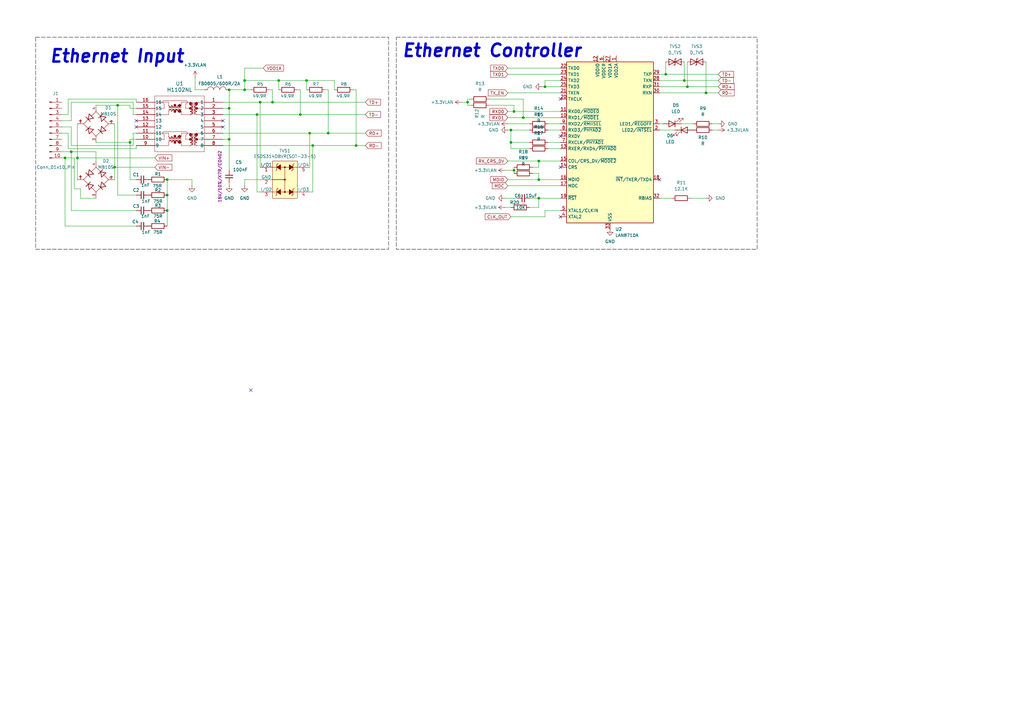
<source format=kicad_sch>
(kicad_sch (version 20250114) (generator "eeschema") (generator_version "9.0")
  (paper "A3")
  (lib_symbols
    (symbol "2025-03-14_19-02-55:H1102NL" (pin_names (offset 0.254))
      (property "Reference" "U" (at 20.32 10.16 0))
      (property "Value" "H1102NL" (at 20.32 7.62 0))
      (symbol "H1102NL_0_1"
        (pin unspecified line (at 0 0 0) (length 7.62) (name "1") (number "1"))
        (pin unspecified line (at 0 -2.54 0) (length 7.62) (name "2") (number "2"))
        (pin unspecified line (at 0 -5.08 0) (length 7.62) (name "3") (number "3"))
        (pin unspecified line (at 0 -7.62 0) (length 7.62) (name "4") (number "4"))
        (pin unspecified line (at 0 -10.16 0) (length 7.62) (name "5") (number "5"))
        (pin unspecified line (at 0 -12.7 0) (length 7.62) (name "6") (number "6"))
        (pin unspecified line (at 0 -15.24 0) (length 7.62) (name "7") (number "7"))
        (pin unspecified line (at 0 -17.78 0) (length 7.62) (name "8") (number "8"))
        (pin unspecified line (at 35.56 0 180) (length 7.62) (name "16") (number "16"))
        (pin unspecified line (at 35.56 -2.54 180) (length 7.62) (name "15") (number "15"))
        (pin unspecified line (at 35.56 -5.08 180) (length 7.62) (name "14") (number "14"))
        (pin unspecified line (at 35.56 -7.62 180) (length 7.62) (name "13") (number "13"))
        (pin unspecified line (at 35.56 -10.16 180) (length 7.62) (name "12") (number "12"))
        (pin unspecified line (at 35.56 -12.7 180) (length 7.62) (name "11") (number "11"))
        (pin unspecified line (at 35.56 -15.24 180) (length 7.62) (name "10") (number "10"))
        (pin unspecified line (at 35.56 -17.78 180) (length 7.62) (name "9") (number "9"))
      )
    )
    (symbol "Connector:Conn_01x10_Pin" (pin_names (offset 1.016) (hide yes))
      (property "Reference" "J" (at 0 12.7 0))
      (property "Value" "Conn_01x10_Pin" (at 0 -15.24 0))
      (symbol "Conn_01x10_Pin_1_1"
        (pin passive line (at 5.08 10.16 180) (length 3.81) (name "Pin_1") (number "1"))
        (pin passive line (at 5.08 7.62 180) (length 3.81) (name "Pin_2") (number "2"))
        (pin passive line (at 5.08 5.08 180) (length 3.81) (name "Pin_3") (number "3"))
        (pin passive line (at 5.08 2.54 180) (length 3.81) (name "Pin_4") (number "4"))
        (pin passive line (at 5.08 0 180) (length 3.81) (name "Pin_5") (number "5"))
        (pin passive line (at 5.08 -2.54 180) (length 3.81) (name "Pin_6") (number "6"))
        (pin passive line (at 5.08 -5.08 180) (length 3.81) (name "Pin_7") (number "7"))
        (pin passive line (at 5.08 -7.62 180) (length 3.81) (name "Pin_8") (number "8"))
        (pin passive line (at 5.08 -10.16 180) (length 3.81) (name "Pin_9") (number "9"))
        (pin passive line (at 5.08 -12.7 180) (length 3.81) (name "Pin_10") (number "10"))
      )
    )
    (symbol "Device:C_Small" (pin_numbers (hide yes)) (pin_names (offset 0.254) (hide yes))
      (property "Reference" "C" (at 0.254 1.778 0))
      (property "Value" "C_Small" (at 0.254 -2.032 0))
      (symbol "C_Small_1_1"
        (pin passive line (at 0 2.54 270) (length 2.032) (name "~") (number "1"))
        (pin passive line (at 0 -2.54 90) (length 2.032) (name "~") (number "2"))
      )
    )
    (symbol "Device:D_TVS" (pin_numbers (hide yes)) (pin_names (offset 1.016) (hide yes))
      (property "Reference" "D" (at 0 2.54 0))
      (property "Value" "D_TVS" (at 0 -2.54 0))
      (symbol "D_TVS_1_1"
        (pin passive line (at -3.81 0 0) (length 2.54) (name "A1") (number "1"))
        (pin passive line (at 3.81 0 180) (length 2.54) (name "A2") (number "2"))
      )
    )
    (symbol "Device:LED" (pin_numbers (hide yes)) (pin_names (offset 1.016) (hide yes))
      (property "Reference" "D" (at 0 2.54 0))
      (property "Value" "LED" (at 0 -2.54 0))
      (symbol "LED_1_1"
        (pin passive line (at -3.81 0 0) (length 2.54) (name "K") (number "1"))
        (pin passive line (at 3.81 0 180) (length 2.54) (name "A") (number "2"))
      )
    )
    (symbol "Device:R" (pin_numbers (hide yes)) (pin_names (offset 0))
      (property "Reference" "R" (at 2.032 0 90))
      (property "Value" "R" (at 0 0 90))
      (symbol "R_1_1"
        (pin passive line (at 0 3.81 270) (length 1.27) (name "~") (number "1"))
        (pin passive line (at 0 -3.81 90) (length 1.27) (name "~") (number "2"))
      )
    )
    (symbol "ESP32-PoE_Rev_L1:ESDS314DBVR(SOT-23-5)" (pin_names (offset 0))
      (property "Reference" "TVS" (at -2.54 10.16 0))
      (property "Value" "ESDS314DBVR(SOT-23-5)" (at -12.7 -10.16 0))
      (property "Footprint" "OLIMEX_Diodes-FP:SOT-23-5" (at 0 -12.7 0))
      (symbol "ESDS314DBVR(SOT-23-5)_1_1"
        (pin passive line (at -10.16 5.08 0) (length 5.08) (name "I/O1") (number "1"))
        (pin passive line (at -10.16 5.08 0) (length 5.08) (name "I/O1") (number "1"))
        (pin passive line (at -10.16 0 0) (length 5.08) (name "GND") (number "2"))
        (pin passive line (at -10.16 -5.08 0) (length 5.08) (name "I/O2") (number "3"))
        (pin passive line (at 10.16 5.08 180) (length 5.08) (name "I/O4") (number "5"))
        (pin passive line (at 10.16 -5.08 180) (length 5.08) (name "I/O3") (number "4"))
      )
    )
    (symbol "ESP32-PoE_Rev_L1:L" (pin_numbers (hide yes)) (pin_names (offset 0) (hide yes))
      (property "Reference" "L" (at -1.27 2.54 0))
      (property "Value" "L" (at -1.27 -1.27 0))
      (symbol "L_1_1"
        (pin passive line (at -5.08 0 0) (length 1.27) (name "1") (number "1"))
        (pin passive line (at 5.08 0 180) (length 1.27) (name "2") (number "2"))
      )
    )
    (symbol "Interface_Ethernet:LAN8710A"
      (property "Reference" "U" (at -13.97 34.29 0))
      (property "Value" "LAN8710A" (at 17.78 34.29 0))
      (symbol "LAN8710A_1_1"
        (pin input line (at -20.32 30.48 0) (length 2.54) (name "TXD0") (number "22"))
        (pin input line (at -20.32 27.94 0) (length 2.54) (name "TXD1") (number "23"))
        (pin input line (at -20.32 25.4 0) (length 2.54) (name "TXD2") (number "24"))
        (pin input line (at -20.32 22.86 0) (length 2.54) (name "TXD3") (number "25"))
        (pin input line (at -20.32 20.32 0) (length 2.54) (name "TXEN") (number "21"))
        (pin output line (at -20.32 17.78 0) (length 2.54) (name "TXCLK") (number "20"))
        (pin bidirectional line (at -20.32 12.7 0) (length 2.54) (name "RXD0/~{MODE0}") (number "11"))
        (pin bidirectional line (at -20.32 10.16 0) (length 2.54) (name "RXD1/~{MODE1}") (number "10"))
        (pin bidirectional line (at -20.32 7.62 0) (length 2.54) (name "RXD2/~{RMIISEL}") (number "9"))
        (pin bidirectional line (at -20.32 5.08 0) (length 2.54) (name "RXD3/~{PHYAD2}") (number "8"))
        (pin output line (at -20.32 2.54 0) (length 2.54) (name "RXDV") (number "26"))
        (pin bidirectional line (at -20.32 0 0) (length 2.54) (name "RXCLK/~{PHYAD1}") (number "7"))
        (pin bidirectional line (at -20.32 -2.54 0) (length 2.54) (name "RXER/RXD4/~{PHYAD0}") (number "13"))
        (pin bidirectional line (at -20.32 -7.62 0) (length 2.54) (name "COL/CRS_DV/~{MODE2}") (number "15"))
        (pin output line (at -20.32 -10.16 0) (length 2.54) (name "CRS") (number "14"))
        (pin bidirectional line (at -20.32 -15.24 0) (length 2.54) (name "MDIO") (number "16"))
        (pin input line (at -20.32 -17.78 0) (length 2.54) (name "MDC") (number "17"))
        (pin input line (at -20.32 -22.86 0) (length 2.54) (name "~{RST}") (number "19"))
        (pin input line (at -20.32 -27.94 0) (length 2.54) (name "XTAL1/CLKIN") (number "5"))
        (pin output line (at -20.32 -30.48 0) (length 2.54) (name "XTAL2") (number "4"))
        (pin power_in line (at -5.08 35.56 270) (length 2.54) (name "VDDIO") (number "12"))
        (pin power_in line (at -2.54 35.56 270) (length 2.54) (name "VDDCR") (number "6"))
        (pin power_in line (at 0 35.56 270) (length 2.54) (name "VDD1A") (number "27"))
        (pin power_in line (at 0 -35.56 90) (length 2.54) (name "VSS") (number "33"))
        (pin power_in line (at 2.54 35.56 270) (length 2.54) (name "VDD2A") (number "1"))
        (pin bidirectional line (at 20.32 27.94 180) (length 2.54) (name "TXP") (number "29"))
        (pin bidirectional line (at 20.32 25.4 180) (length 2.54) (name "TXN") (number "28"))
        (pin bidirectional line (at 20.32 22.86 180) (length 2.54) (name "RXP") (number "31"))
        (pin bidirectional line (at 20.32 20.32 180) (length 2.54) (name "RXN") (number "30"))
        (pin bidirectional line (at 20.32 7.62 180) (length 2.54) (name "LED1/~{REGOFF}") (number "3"))
        (pin bidirectional line (at 20.32 5.08 180) (length 2.54) (name "LED2/~{INTSEL}") (number "2"))
        (pin bidirectional line (at 20.32 -15.24 180) (length 2.54) (name "~{INT}/TXER/TXD4") (number "18"))
        (pin passive line (at 20.32 -22.86 180) (length 2.54) (name "RBIAS") (number "32"))
      )
    )
    (symbol "MB10S:MB10S" (pin_names (offset 1.016))
      (property "Reference" "D" (at 5.08 5.08 0))
      (property "Value" "MB10S" (at 5.08 -7.62 0))
      (symbol "MB10S_0_0"
        (pin passive line (at -7.62 0 0) (length 2.54) (name "~") (number "1"))
        (pin passive line (at 0 7.62 270) (length 2.54) (name "~") (number "4"))
        (pin passive line (at 0 -7.62 90) (length 2.54) (name "~") (number "3"))
        (pin passive line (at 7.62 0 180) (length 2.54) (name "~") (number "2"))
      )
    )
    (symbol "power:+3.3V" (power) (pin_numbers (hide yes)) (pin_names (offset 0) (hide yes))
      (property "Value" "+3.3V" (at 0 3.556 0))
      (symbol "+3.3V_1_1"
        (pin power_in line (at 0 0 90) (length 0) (name "~") (number "1"))
      )
    )
    (symbol "power:GND" (power) (pin_numbers (hide yes)) (pin_names (offset 0) (hide yes))
      (property "Value" "GND" (at 0 -3.81 0))
      (symbol "GND_1_1"
        (pin power_in line (at 0 0 270) (length 0) (name "~") (number "1"))
      )
    )
  )
  (rectangle (start 14.605 15.24) (end 159.385 102.235) (stroke (width 0) (type dash) (color 0 0 0 1)))
  (rectangle (start 162.56 15.24) (end 310.515 102.235) (stroke (width 0) (type dash) (color 0 0 0 1)))
  (text "Ethernet Input" (at 20.066 26.162 0) (effects (font (size 5.08 5.08) (thickness 1.016) (bold yes) (italic yes)) (justify left bottom)))
  (text "Ethernet Controller" (at 164.592 23.876 0) (effects (font (size 5.08 5.08) (thickness 1.016) (bold yes) (italic yes)) (justify left bottom)))
  (junction (at 214.63 48.26))
  (junction (at 100.33 36.83))
  (junction (at 68.58 73.66))
  (junction (at 93.98 36.83))
  (junction (at 210.82 45.72))
  (junction (at 125.73 33.02))
  (junction (at 281.94 35.56))
  (junction (at 111.76 41.91))
  (junction (at 146.05 59.69))
  (junction (at 114.3 33.02))
  (junction (at 53.34 58.42))
  (junction (at 46.99 68.58))
  (junction (at 134.62 54.61))
  (junction (at 223.52 35.56))
  (junction (at 210.82 69.85))
  (junction (at 93.98 44.45))
  (junction (at 31.75 64.77))
  (junction (at 191.77 41.91))
  (junction (at 29.21 62.23))
  (junction (at 68.58 86.36))
  (junction (at 106.68 41.91))
  (junction (at 273.05 30.48))
  (junction (at 105.41 46.99))
  (junction (at 209.55 53.34))
  (junction (at 123.19 46.99))
  (junction (at 220.98 73.66))
  (junction (at 26.67 64.77))
  (junction (at 128.27 59.69))
  (junction (at 127 54.61))
  (junction (at 100.33 33.02))
  (junction (at 93.98 57.15))
  (junction (at 220.98 81.28))
  (junction (at 68.58 80.01))
  (junction (at 220.98 66.04))
  (junction (at 289.56 38.1))
  (junction (at 280.67 33.02))
  (junction (at 48.26 43.18))
  (junction (at 209.55 58.42))
  (no_connect (at 55.88 49.53))
  (no_connect (at 229.87 55.88))
  (no_connect (at 481.33 43.18))
  (no_connect (at 91.44 49.53))
  (no_connect (at 229.87 68.58))
  (no_connect (at 229.87 88.9))
  (no_connect (at 91.44 52.07))
  (no_connect (at 270.51 73.66))
  (no_connect (at 55.88 52.07))
  (no_connect (at 229.87 40.64))
  (no_connect (at 102.87 160.02))
  (wire (pts (xy 224.79 58.42) (xy 229.87 58.42)))
  (wire (pts (xy 39.37 62.23) (xy 39.37 66.04)))
  (wire (pts (xy 146.05 36.83) (xy 146.05 59.69)))
  (wire (pts (xy 54.61 54.61) (xy 55.88 54.61)))
  (wire (pts (xy 55.88 60.96) (xy 55.88 59.69)))
  (wire (pts (xy 209.55 53.34) (xy 217.17 53.34)))
  (wire (pts (xy 48.26 43.18) (xy 48.26 80.01)))
  (wire (pts (xy 91.44 46.99) (xy 105.41 46.99)))
  (wire (pts (xy 224.79 60.96) (xy 229.87 60.96)))
  (wire (pts (xy 208.28 53.34) (xy 209.55 53.34)))
  (wire (pts (xy 46.99 68.58) (xy 63.5 68.58)))
  (wire (pts (xy 207.01 69.85) (xy 210.82 69.85)))
  (wire (pts (xy 210.82 45.72) (xy 229.87 45.72)))
  (wire (pts (xy 220.98 66.04) (xy 229.87 66.04)))
  (wire (pts (xy 106.68 78.74) (xy 105.41 78.74)))
  (wire (pts (xy 121.92 36.83) (xy 123.19 36.83)))
  (wire (pts (xy 208.28 27.94) (xy 229.87 27.94)))
  (wire (pts (xy 224.79 53.34) (xy 229.87 53.34)))
  (wire (pts (xy 27.94 60.96) (xy 27.94 54.61)))
  (wire (pts (xy 91.44 59.69) (xy 128.27 59.69)))
  (wire (pts (xy 208.28 66.04) (xy 220.98 66.04)))
  (wire (pts (xy 223.52 86.36) (xy 229.87 86.36)))
  (wire (pts (xy 208.28 30.48) (xy 229.87 30.48)))
  (wire (pts (xy 110.49 36.83) (xy 111.76 36.83)))
  (wire (pts (xy 93.98 44.45) (xy 93.98 57.15)))
  (wire (pts (xy 270.51 81.28) (xy 275.59 81.28)))
  (wire (pts (xy 292.1 50.8) (xy 294.64 50.8)))
  (wire (pts (xy 217.17 58.42) (xy 209.55 58.42)))
  (wire (pts (xy 208.28 76.2) (xy 229.87 76.2)))
  (wire (pts (xy 223.52 35.56) (xy 229.87 35.56)))
  (wire (pts (xy 273.05 25.4) (xy 273.05 30.48)))
  (wire (pts (xy 48.26 43.18) (xy 53.34 43.18)))
  (wire (pts (xy 270.51 50.8) (xy 271.78 50.8)))
  (wire (pts (xy 281.94 25.4) (xy 281.94 35.56)))
  (wire (pts (xy 46.99 68.58) (xy 46.99 73.66)))
  (wire (pts (xy 210.82 69.85) (xy 210.82 71.12)))
  (wire (pts (xy 91.44 41.91) (xy 106.68 41.91)))
  (wire (pts (xy 220.98 85.09) (xy 220.98 81.28)))
  (wire (pts (xy 91.44 57.15) (xy 93.98 57.15)))
  (wire (pts (xy 125.73 33.02) (xy 137.16 33.02)))
  (wire (pts (xy 68.58 80.01) (xy 68.58 86.36)))
  (wire (pts (xy 53.34 44.45) (xy 55.88 44.45)))
  (wire (pts (xy 25.4 46.99) (xy 27.94 46.99)))
  (wire (pts (xy 208.28 48.26) (xy 214.63 48.26)))
  (wire (pts (xy 279.4 50.8) (xy 284.48 50.8)))
  (wire (pts (xy 53.34 57.15) (xy 53.34 58.42)))
  (wire (pts (xy 111.76 36.83) (xy 111.76 41.91)))
  (wire (pts (xy 217.17 81.28) (xy 220.98 81.28)))
  (wire (pts (xy 68.58 73.66) (xy 78.74 73.66)))
  (wire (pts (xy 55.88 60.96) (xy 27.94 60.96)))
  (wire (pts (xy 270.51 53.34) (xy 276.86 53.34)))
  (wire (pts (xy 207.01 81.28) (xy 212.09 81.28)))
  (wire (pts (xy 209.55 88.9) (xy 223.52 88.9)))
  (wire (pts (xy 29.21 86.36) (xy 55.88 86.36)))
  (wire (pts (xy 283.21 81.28) (xy 289.56 81.28)))
  (wire (pts (xy 46.99 50.8) (xy 46.99 68.58)))
  (wire (pts (xy 270.51 38.1) (xy 289.56 38.1)))
  (wire (pts (xy 220.98 68.58) (xy 220.98 66.04)))
  (wire (pts (xy 191.77 43.18) (xy 191.77 41.91)))
  (wire (pts (xy 100.33 27.94) (xy 107.95 27.94)))
  (wire (pts (xy 80.01 31.75) (xy 80.01 36.83)))
  (wire (pts (xy 55.88 46.99) (xy 54.61 46.99)))
  (wire (pts (xy 100.33 33.02) (xy 114.3 33.02)))
  (wire (pts (xy 29.21 59.69) (xy 54.61 59.69)))
  (wire (pts (xy 223.52 33.02) (xy 229.87 33.02)))
  (wire (pts (xy 208.28 45.72) (xy 210.82 45.72)))
  (wire (pts (xy 31.75 50.8) (xy 31.75 64.77)))
  (wire (pts (xy 31.75 64.77) (xy 31.75 73.66)))
  (wire (pts (xy 210.82 68.58) (xy 210.82 69.85)))
  (wire (pts (xy 128.27 59.69) (xy 146.05 59.69)))
  (wire (pts (xy 218.44 71.12) (xy 220.98 71.12)))
  (wire (pts (xy 128.27 78.74) (xy 128.27 59.69)))
  (wire (pts (xy 93.98 57.15) (xy 93.98 69.85)))
  (wire (pts (xy 27.94 40.64) (xy 27.94 46.99)))
  (wire (pts (xy 68.58 73.66) (xy 68.58 80.01)))
  (wire (pts (xy 105.41 78.74) (xy 105.41 46.99)))
  (wire (pts (xy 54.61 41.91) (xy 29.21 41.91)))
  (wire (pts (xy 289.56 38.1) (xy 294.64 38.1)))
  (wire (pts (xy 93.98 36.83) (xy 93.98 44.45)))
  (wire (pts (xy 91.44 54.61) (xy 127 54.61)))
  (wire (pts (xy 270.51 30.48) (xy 273.05 30.48)))
  (wire (pts (xy 30.48 77.47) (xy 33.02 77.47)))
  (wire (pts (xy 114.3 33.02) (xy 125.73 33.02)))
  (wire (pts (xy 29.21 62.23) (xy 29.21 86.36)))
  (wire (pts (xy 223.52 35.56) (xy 223.52 33.02)))
  (wire (pts (xy 280.67 25.4) (xy 280.67 33.02)))
  (wire (pts (xy 270.51 33.02) (xy 280.67 33.02)))
  (wire (pts (xy 217.17 85.09) (xy 220.98 85.09)))
  (wire (pts (xy 100.33 36.83) (xy 100.33 33.02)))
  (wire (pts (xy 25.4 62.23) (xy 29.21 62.23)))
  (wire (pts (xy 25.4 54.61) (xy 27.94 54.61)))
  (wire (pts (xy 55.88 57.15) (xy 53.34 57.15)))
  (wire (pts (xy 133.35 36.83) (xy 134.62 36.83)))
  (wire (pts (xy 146.05 59.69) (xy 149.86 59.69)))
  (wire (pts (xy 217.17 60.96) (xy 209.55 60.96)))
  (wire (pts (xy 93.98 36.83) (xy 100.33 36.83)))
  (wire (pts (xy 106.68 68.58) (xy 106.68 41.91)))
  (wire (pts (xy 33.02 77.47) (xy 33.02 81.28)))
  (wire (pts (xy 25.4 52.07) (xy 29.21 52.07)))
  (wire (pts (xy 191.77 41.91) (xy 189.23 41.91)))
  (wire (pts (xy 33.02 81.28) (xy 39.37 81.28)))
  (wire (pts (xy 224.79 50.8) (xy 229.87 50.8)))
  (wire (pts (xy 106.68 41.91) (xy 111.76 41.91)))
  (wire (pts (xy 223.52 88.9) (xy 223.52 86.36)))
  (wire (pts (xy 80.01 36.83) (xy 83.82 36.83)))
  (wire (pts (xy 26.67 64.77) (xy 25.4 64.77)))
  (wire (pts (xy 134.62 54.61) (xy 149.86 54.61)))
  (wire (pts (xy 214.63 40.64) (xy 214.63 48.26)))
  (wire (pts (xy 100.33 36.83) (xy 102.87 36.83)))
  (wire (pts (xy 29.21 49.53) (xy 25.4 49.53)))
  (wire (pts (xy 208.28 38.1) (xy 229.87 38.1)))
  (wire (pts (xy 48.26 43.18) (xy 39.37 43.18)))
  (wire (pts (xy 220.98 71.12) (xy 220.98 73.66)))
  (wire (pts (xy 31.75 64.77) (xy 63.5 64.77)))
  (wire (pts (xy 114.3 33.02) (xy 114.3 36.83)))
  (wire (pts (xy 281.94 35.56) (xy 294.64 35.56)))
  (wire (pts (xy 207.01 85.09) (xy 209.55 85.09)))
  (wire (pts (xy 26.67 64.77) (xy 26.67 92.71)))
  (wire (pts (xy 48.26 80.01) (xy 55.88 80.01)))
  (wire (pts (xy 100.33 73.66) (xy 100.33 76.2)))
  (wire (pts (xy 128.27 78.74) (xy 127 78.74)))
  (wire (pts (xy 105.41 46.99) (xy 123.19 46.99)))
  (wire (pts (xy 208.28 50.8) (xy 217.17 50.8)))
  (wire (pts (xy 55.88 40.64) (xy 55.88 41.91)))
  (wire (pts (xy 55.88 40.64) (xy 27.94 40.64)))
  (wire (pts (xy 125.73 33.02) (xy 125.73 36.83)))
  (wire (pts (xy 137.16 33.02) (xy 137.16 36.83)))
  (wire (pts (xy 53.34 44.45) (xy 53.34 43.18)))
  (wire (pts (xy 209.55 58.42) (xy 209.55 53.34)))
  (wire (pts (xy 222.25 35.56) (xy 223.52 35.56)))
  (wire (pts (xy 26.67 92.71) (xy 55.88 92.71)))
  (wire (pts (xy 214.63 48.26) (xy 229.87 48.26)))
  (wire (pts (xy 209.55 60.96) (xy 209.55 58.42)))
  (wire (pts (xy 123.19 36.83) (xy 123.19 46.99)))
  (wire (pts (xy 100.33 33.02) (xy 100.33 27.94)))
  (wire (pts (xy 273.05 30.48) (xy 294.64 30.48)))
  (wire (pts (xy 53.34 73.66) (xy 55.88 73.66)))
  (wire (pts (xy 210.82 43.18) (xy 210.82 45.72)))
  (wire (pts (xy 210.82 43.18) (xy 200.66 43.18)))
  (wire (pts (xy 68.58 86.36) (xy 68.58 92.71)))
  (wire (pts (xy 111.76 41.91) (xy 149.86 41.91)))
  (wire (pts (xy 127 54.61) (xy 134.62 54.61)))
  (wire (pts (xy 91.44 44.45) (xy 93.98 44.45)))
  (wire (pts (xy 292.1 53.34) (xy 294.64 53.34)))
  (wire (pts (xy 30.48 64.77) (xy 30.48 77.47)))
  (wire (pts (xy 127 68.58) (xy 127 54.61)))
  (wire (pts (xy 30.48 64.77) (xy 26.67 64.77)))
  (wire (pts (xy 218.44 68.58) (xy 220.98 68.58)))
  (wire (pts (xy 193.04 43.18) (xy 191.77 43.18)))
  (wire (pts (xy 289.56 25.4) (xy 289.56 38.1)))
  (wire (pts (xy 100.33 73.66) (xy 106.68 73.66)))
  (wire (pts (xy 270.51 35.56) (xy 281.94 35.56)))
  (wire (pts (xy 191.77 40.64) (xy 193.04 40.64)))
  (wire (pts (xy 280.67 33.02) (xy 294.64 33.02)))
  (wire (pts (xy 29.21 52.07) (xy 29.21 59.69)))
  (wire (pts (xy 200.66 40.64) (xy 214.63 40.64)))
  (wire (pts (xy 29.21 41.91) (xy 29.21 49.53)))
  (wire (pts (xy 78.74 73.66) (xy 78.74 76.2)))
  (wire (pts (xy 123.19 46.99) (xy 149.86 46.99)))
  (wire (pts (xy 54.61 59.69) (xy 54.61 54.61)))
  (wire (pts (xy 29.21 62.23) (xy 39.37 62.23)))
  (wire (pts (xy 134.62 36.83) (xy 134.62 54.61)))
  (wire (pts (xy 191.77 41.91) (xy 191.77 40.64)))
  (wire (pts (xy 53.34 58.42) (xy 53.34 73.66)))
  (wire (pts (xy 146.05 36.83) (xy 144.78 36.83)))
  (wire (pts (xy 53.34 58.42) (xy 39.37 58.42)))
  (wire (pts (xy 208.28 73.66) (xy 220.98 73.66)))
  (wire (pts (xy 220.98 73.66) (xy 229.87 73.66)))
  (wire (pts (xy 54.61 46.99) (xy 54.61 41.91)))
  (wire (pts (xy 220.98 81.28) (xy 229.87 81.28)))
  (wire (pts (xy 93.98 74.93) (xy 93.98 76.2)))
  (global_label "TD-" (shape input) (at 294.64 33.02 0) (property "Intersheetrefs" "${INTERSHEET_REFS}" (effects (hide yes))))
  (global_label "RD-" (shape input) (at 294.64 38.1 0) (property "Intersheetrefs" "${INTERSHEET_REFS}" (effects (hide yes))))
  (global_label "CLK_OUT" (shape input) (at 209.55 88.9 180) (property "Intersheetrefs" "${INTERSHEET_REFS}" (effects (hide yes))))
  (global_label "RD+" (shape input) (at 294.64 35.56 0) (property "Intersheetrefs" "${INTERSHEET_REFS}" (effects (hide yes))))
  (global_label "TD-" (shape input) (at 149.86 46.99 0) (property "Intersheetrefs" "${INTERSHEET_REFS}" (effects (hide yes))))
  (global_label "MDIO" (shape input) (at 208.28 73.66 180) (property "Intersheetrefs" "${INTERSHEET_REFS}" (effects (hide yes))))
  (global_label "RD-" (shape input) (at 149.86 59.69 0) (property "Intersheetrefs" "${INTERSHEET_REFS}" (effects (hide yes))))
  (global_label "TD+" (shape input) (at 149.86 41.91 0) (property "Intersheetrefs" "${INTERSHEET_REFS}" (effects (hide yes))))
  (global_label "TXD1" (shape input) (at 208.28 30.48 180) (property "Intersheetrefs" "${INTERSHEET_REFS}" (effects (hide yes))))
  (global_label "VIN-" (shape input) (at 63.5 68.58 0) (property "Intersheetrefs" "${INTERSHEET_REFS}" (effects (hide yes))))
  (global_label "TD+" (shape input) (at 294.64 30.48 0) (property "Intersheetrefs" "${INTERSHEET_REFS}" (effects (hide yes))))
  (global_label "MDC" (shape input) (at 208.28 76.2 180) (property "Intersheetrefs" "${INTERSHEET_REFS}" (effects (hide yes))))
  (global_label "RD+" (shape input) (at 149.86 54.61 0) (property "Intersheetrefs" "${INTERSHEET_REFS}" (effects (hide yes))))
  (global_label "RXD1" (shape input) (at 208.28 48.26 180) (property "Intersheetrefs" "${INTERSHEET_REFS}" (effects (hide yes))))
  (global_label "TX_EN" (shape input) (at 208.28 38.1 180) (property "Intersheetrefs" "${INTERSHEET_REFS}" (effects (hide yes))))
  (global_label "VIN+" (shape input) (at 63.5 64.77 0) (property "Intersheetrefs" "${INTERSHEET_REFS}" (effects (hide yes))))
  (global_label "RX_CRS_DV" (shape input) (at 208.28 66.04 180) (property "Intersheetrefs" "${INTERSHEET_REFS}" (effects (hide yes))))
  (global_label "TXD0" (shape input) (at 208.28 27.94 180) (property "Intersheetrefs" "${INTERSHEET_REFS}" (effects (hide yes))))
  (global_label "VDD1A" (shape input) (at 107.95 27.94 0) (property "Intersheetrefs" "${INTERSHEET_REFS}" (effects (hide yes))))
  (global_label "RXD0" (shape input) (at 208.28 45.72 180) (property "Intersheetrefs" "${INTERSHEET_REFS}" (effects (hide yes))))
  (symbol (lib_id "ESP32-PoE_Rev_L1:L") (at 88.9 36.83 0) (mirror y) (unit 1)
    (property "Reference" "L1" (at 90.17 31.496 0))
    (property "Value" "FB0805/600R/2A" (at 89.916 34.29 0))
    (property "Footprint" "OLIMEX_RLC-FP:L_0805_5MIL_DWS" (effects (hide yes)))
    (property "Fieldname 1" "Value 1" (effects (hide yes)))
    (property "Fieldname2" "Value2" (effects (hide yes)))
    (property "Fieldname3" "Value3" (effects (hide yes)))
  )
  (symbol (lib_id "ESP32-PoE_Rev_L1:ESDS314DBVR(SOT-23-5)") (at 116.84 73.66 0) (unit 1)
    (property "Reference" "TVS1" (at 116.84 61.849 0))
    (property "Value" "ESDS314DBVR(SOT-23-5)" (at 116.84 64.1604 0))
    (property "Footprint" "Package_TO_SOT_SMD:SOT-23-5" (effects (hide yes)))
    (property "Datasheet" "https://www.ti.com/lit/gpn/esds314" (effects (hide yes)))
  )
  (symbol (lib_id "MB10S:MB10S") (at 39.37 73.66 0) (unit 1)
    (property "Reference" "D2" (at 43.434 66.04 0))
    (property "Value" "MB10S" (at 43.434 68.58 0))
    (property "Footprint" "MB10S:SOIC245P670X290-4N" (effects (hide yes)))
    (property "MF" "ON Semiconductor" (effects (hide yes)))
    (property "DESCRIPTION" "MB10S Series 0.5 A 1000 V Low Leakage SMT Bridge Rectifier - SOIC-4" (effects (hide yes)))
    (property "PACKAGE" "SOIC-4 ON Semiconductor" (effects (hide yes)))
    (property "PRICE" "None" (effects (hide yes)))
    (property "MP" "MB10S" (effects (hide yes)))
    (property "AVAILABILITY" "Unavailable" (effects (hide yes)))
  )
  (symbol (lib_id "Device:R") (at 214.63 68.58 270) (unit 1)
    (property "Reference" "R18" (at 214.63 62.23 90))
    (property "Value" "R" (at 214.63 64.77 90))
    (property "Description" "Resistor" (effects (hide yes)))
  )
  (symbol (lib_id "Device:R") (at 64.77 92.71 90) (unit 1)
    (property "Reference" "R4" (at 64.516 90.678 90))
    (property "Value" "75R" (at 64.77 95.25 90))
    (property "Description" "Resistor" (effects (hide yes)))
    (property "Info" "75V/100mW/0603/C4275" (effects (hide yes)))
  )
  (symbol (lib_id "power:+3.3V") (at 294.64 53.34 270) (unit 1)
    (property "Reference" "#PWR07" (effects (hide yes)))
    (property "Value" "+3.3VLAN" (at 302.514 53.34 90))
    (property "Description" "Power symbol creates a global label with name \"+3.3V\"" (effects (hide yes)))
  )
  (symbol (lib_id "power:GND") (at 207.01 81.28 270) (unit 1)
    (property "Reference" "#PWR013" (effects (hide yes)))
    (property "Value" "GND" (at 203.2 81.2799 90) (effects (justify right)))
    (property "Description" "Power symbol creates a global label with name \"GND\" , ground" (effects (hide yes)))
  )
  (symbol (lib_id "power:GND") (at 294.64 50.8 90) (unit 1)
    (property "Reference" "#PWR06" (effects (hide yes)))
    (property "Value" "GND" (at 298.45 50.7999 90) (effects (justify right)))
    (property "Description" "Power symbol creates a global label with name \"GND\" , ground" (effects (hide yes)))
  )
  (symbol (lib_id "Device:C_Small") (at 58.42 86.36 90) (unit 1)
    (property "Reference" "C3" (at 57.15 84.582 90) (effects (justify left)))
    (property "Value" "1nF" (at 61.468 88.646 90) (effects (justify left)))
    (property "Description" "Unpolarized capacitor, small symbol" (effects (hide yes)))
    (property "Info" "2kV/X7R/1206/C9196" (effects (hide yes)))
  )
  (symbol (lib_id "Device:C_Small") (at 58.42 73.66 90) (unit 1)
    (property "Reference" "C1" (at 57.15 71.628 90) (effects (justify left)))
    (property "Value" "1nF" (at 61.468 75.946 90) (effects (justify left)))
    (property "Description" "Unpolarized capacitor, small symbol" (effects (hide yes)))
    (property "Info" "2kV/X7R/1206/C9196" (effects (hide yes)))
  )
  (symbol (lib_id "Device:C_Small") (at 58.42 80.01 90) (unit 1)
    (property "Reference" "C2" (at 57.15 77.978 90) (effects (justify left)))
    (property "Value" "1nF" (at 61.722 82.55 90) (effects (justify left)))
    (property "Description" "Unpolarized capacitor, small symbol" (effects (hide yes)))
    (property "Info" "2kV/X7R/1206/C9196" (effects (hide yes)))
  )
  (symbol (lib_id "Device:D_TVS") (at 285.75 25.4 180) (unit 1)
    (property "Reference" "TVS3" (at 285.75 19.05 0))
    (property "Value" "D_TVS" (at 285.75 21.59 0))
    (property "Description" "Bidirectional transient-voltage-suppression diode" (effects (hide yes)))
  )
  (symbol (lib_id "2025-03-14_19-02-55:H1102NL") (at 91.44 41.91 0) (mirror y) (unit 1)
    (property "Reference" "U1" (at 73.66 34.29 0) (effects (font (size 1.524 1.524))))
    (property "Value" "H1102NL" (at 73.66 36.83 0) (effects (font (size 1.524 1.524))))
    (property "Footprint" "H11X_PUL" (effects (hide yes)))
    (property "Datasheet" "H1102NL" (effects (hide yes)))
  )
  (symbol (lib_id "power:+3.3V") (at 207.01 69.85 90) (unit 1)
    (property "Reference" "#PWR011" (effects (hide yes)))
    (property "Value" "+3.3VLAN" (at 199.136 69.85 90))
    (property "Description" "Power symbol creates a global label with name \"+3.3V\"" (effects (hide yes)))
  )
  (symbol (lib_id "power:+3.3V") (at 189.23 41.91 90) (unit 1)
    (property "Reference" "#PWR014" (effects (hide yes)))
    (property "Value" "+3.3VLAN" (at 181.356 41.91 90))
    (property "Description" "Power symbol creates a global label with name \"+3.3V\"" (effects (hide yes)))
  )
  (symbol (lib_id "Device:R") (at 288.29 50.8 90) (unit 1)
    (property "Reference" "R9" (at 288.29 44.45 90))
    (property "Value" "R" (at 288.29 46.99 90))
    (property "Description" "Resistor" (effects (hide yes)))
  )
  (symbol (lib_id "power:GND") (at 250.19 93.98 0) (unit 1)
    (property "Reference" "#PWR05" (effects (hide yes)))
    (property "Value" "GND" (at 250.19 99.06 0))
    (property "Description" "Power symbol creates a global label with name \"GND\" , ground" (effects (hide yes)))
  )
  (symbol (lib_id "Device:R") (at 64.77 80.01 90) (unit 1)
    (property "Reference" "R2" (at 64.77 77.978 90))
    (property "Value" "75R" (at 64.77 82.55 90))
    (property "Description" "Resistor" (effects (hide yes)))
    (property "Info" "75V/100mW/0603/C4275" (effects (hide yes)))
  )
  (symbol (lib_id "Device:R") (at 196.85 43.18 270) (unit 1)
    (property "Reference" "R12" (at 195.58 48.514 0) (effects (justify right)))
    (property "Value" "R" (at 198.12 48.514 0) (effects (justify right)))
    (property "Description" "Resistor" (effects (hide yes)))
  )
  (symbol (lib_id "Device:R") (at 106.68 36.83 90) (unit 1)
    (property "Reference" "R5" (at 106.68 34.544 90))
    (property "Value" "49.9R" (at 106.426 39.37 90))
    (property "Description" "Resistor" (effects (hide yes)))
    (property "Info" "75V/100mW/0603/C4275" (effects (hide yes)))
  )
  (symbol (lib_id "power:+3.3V") (at 208.28 50.8 90) (unit 1)
    (property "Reference" "#PWR09" (effects (hide yes)))
    (property "Value" "+3.3VLAN" (at 200.406 50.8 90))
    (property "Description" "Power symbol creates a global label with name \"+3.3V\"" (effects (hide yes)))
  )
  (symbol (lib_id "Interface_Ethernet:LAN8710A") (at 250.19 58.42 0) (unit 1)
    (property "Reference" "U2" (at 252.3333 93.98 0) (effects (justify left)))
    (property "Value" "LAN8710A" (at 252.3333 96.52 0) (effects (justify left)))
    (property "Footprint" "Package_DFN_QFN:QFN-32-1EP_5x5mm_P0.5mm_EP3.3x3.3mm_ThermalVias" (effects (hide yes)))
    (property "Datasheet" "http://ww1.microchip.com/downloads/en/DeviceDoc/8710a.pdf" (effects (hide yes)))
    (property "Description" "LAN8710 Ethernet PHY with MII/RMII interface, QFN-32" (effects (hide yes)))
  )
  (symbol (lib_id "Device:C_Small") (at 93.98 72.39 0) (unit 1)
    (property "Reference" "C5" (at 96.52 66.548 0) (effects (justify left)))
    (property "Value" "100nF" (at 95.504 69.596 0) (effects (justify left)))
    (property "Description" "Unpolarized capacitor, small symbol" (effects (hide yes)))
    (property "Info" "16V/10%/X7R/C0402" (at 90.17 72.39 90))
  )
  (symbol (lib_id "power:GND") (at 289.56 81.28 90) (unit 1)
    (property "Reference" "#PWR08" (effects (hide yes)))
    (property "Value" "GND" (at 293.37 81.2799 90) (effects (justify right)))
    (property "Description" "Power symbol creates a global label with name \"GND\" , ground" (effects (hide yes)))
  )
  (symbol (lib_id "Device:C_Small") (at 214.63 81.28 90) (unit 1)
    (property "Reference" "C6" (at 212.344 80.264 90))
    (property "Value" "10uF" (at 217.932 80.264 90))
    (property "Description" "Unpolarized capacitor, small symbol" (effects (hide yes)))
  )
  (symbol (lib_id "Device:R") (at 196.85 40.64 270) (unit 1)
    (property "Reference" "R13" (at 196.85 34.29 90))
    (property "Value" "R" (at 196.85 36.83 90))
    (property "Description" "Resistor" (effects (hide yes)))
  )
  (symbol (lib_id "Device:R") (at 220.98 53.34 270) (unit 1)
    (property "Reference" "R15" (at 220.98 46.99 90))
    (property "Value" "R" (at 220.98 49.53 90))
    (property "Description" "Resistor" (effects (hide yes)))
  )
  (symbol (lib_id "Device:R") (at 140.97 36.83 90) (unit 1)
    (property "Reference" "R8" (at 140.97 34.544 90))
    (property "Value" "49.9R" (at 140.716 39.37 90))
    (property "Description" "Resistor" (effects (hide yes)))
    (property "Info" "75V/100mW/0603/C4275" (effects (hide yes)))
  )
  (symbol (lib_id "Device:R") (at 64.77 86.36 90) (unit 1)
    (property "Reference" "R3" (at 64.77 84.328 90))
    (property "Value" "75R" (at 64.77 88.646 90))
    (property "Description" "Resistor" (effects (hide yes)))
    (property "Info" "75V/100mW/0603/C4275" (effects (hide yes)))
  )
  (symbol (lib_id "Device:R") (at 214.63 71.12 270) (unit 1)
    (property "Reference" "R19" (at 214.63 64.77 90))
    (property "Value" "R" (at 214.63 67.31 90))
    (property "Description" "Resistor" (effects (hide yes)))
  )
  (symbol (lib_id "power:GND") (at 222.25 35.56 270) (unit 1)
    (property "Reference" "#PWR015" (effects (hide yes)))
    (property "Value" "GND" (at 218.44 35.5599 90) (effects (justify right)))
    (property "Description" "Power symbol creates a global label with name \"GND\" , ground" (effects (hide yes)))
  )
  (symbol (lib_id "power:GND") (at 100.33 76.2 0) (unit 1)
    (property "Reference" "#PWR02" (effects (hide yes)))
    (property "Value" "GND" (at 100.33 81.28 0))
    (property "Description" "Power symbol creates a global label with name \"GND\" , ground" (effects (hide yes)))
  )
  (symbol (lib_id "power:GND") (at 93.98 76.2 0) (unit 1)
    (property "Reference" "#PWR01" (effects (hide yes)))
    (property "Value" "GND" (at 93.98 81.28 0))
    (property "Description" "Power symbol creates a global label with name \"GND\" , ground" (effects (hide yes)))
  )
  (symbol (lib_id "Device:R") (at 220.98 58.42 270) (unit 1)
    (property "Reference" "R16" (at 220.98 52.07 90))
    (property "Value" "R" (at 220.98 54.61 90))
    (property "Description" "Resistor" (effects (hide yes)))
  )
  (symbol (lib_id "Device:R") (at 288.29 53.34 90) (unit 1)
    (property "Reference" "R10" (at 288.29 56.388 90))
    (property "Value" "R" (at 288.29 58.928 90))
    (property "Description" "Resistor" (effects (hide yes)))
  )
  (symbol (lib_id "Device:R") (at 220.98 60.96 270) (unit 1)
    (property "Reference" "R17" (at 220.98 54.61 90))
    (property "Value" "R" (at 220.98 57.15 90))
    (property "Description" "Resistor" (effects (hide yes)))
  )
  (symbol (lib_id "power:GND") (at 78.74 76.2 0) (unit 1)
    (property "Reference" "#PWR03" (effects (hide yes)))
    (property "Value" "GND" (at 78.74 81.28 0))
    (property "Description" "Power symbol creates a global label with name \"GND\" , ground" (effects (hide yes)))
  )
  (symbol (lib_id "Connector:Conn_01x10_Pin") (at 20.32 52.07 0) (unit 1)
    (property "Reference" "J1" (at 22.86 38.354 0))
    (property "Value" "Conn_01x10_Pin" (at 22.86 68.58 0))
    (property "Description" "Generic connector, single row, 01x10, script generated" (effects (hide yes)))
  )
  (symbol (lib_id "Device:LED") (at 275.59 50.8 180) (unit 1)
    (property "Reference" "D5" (at 277.1775 43.18 0))
    (property "Value" "LED" (at 277.1775 45.72 0))
    (property "Description" "Light emitting diode" (effects (hide yes)))
    (property "Sim.Pins" "1=K 2=A" (effects (hide yes)))
  )
  (symbol (lib_id "Device:R") (at 279.4 81.28 90) (unit 1)
    (property "Reference" "R11" (at 279.4 74.93 90))
    (property "Value" "12.1K" (at 279.4 77.47 90))
    (property "Description" "Resistor" (effects (hide yes)))
  )
  (symbol (lib_id "Device:LED") (at 280.67 53.34 0) (unit 1)
    (property "Reference" "D6" (at 274.828 55.626 0))
    (property "Value" "LED" (at 274.828 58.166 0))
    (property "Description" "Light emitting diode" (effects (hide yes)))
    (property "Sim.Pins" "1=K 2=A" (effects (hide yes)))
  )
  (symbol (lib_id "Device:C_Small") (at 58.42 92.71 90) (unit 1)
    (property "Reference" "C4" (at 56.896 90.932 90) (effects (justify left)))
    (property "Value" "1nF" (at 61.722 95.25 90) (effects (justify left)))
    (property "Description" "Unpolarized capacitor, small symbol" (effects (hide yes)))
    (property "Info" "2kV/X7R/1206/C9196" (effects (hide yes)))
  )
  (symbol (lib_id "power:+3.3V") (at 80.01 31.75 0) (unit 1)
    (property "Reference" "#PWR04" (effects (hide yes)))
    (property "Value" "+3.3VLAN" (at 80.01 26.67 0))
    (property "Description" "Power symbol creates a global label with name \"+3.3V\"" (effects (hide yes)))
  )
  (symbol (lib_id "Device:R") (at 213.36 85.09 270) (unit 1)
    (property "Reference" "R20" (at 211.074 83.058 90))
    (property "Value" "10K" (at 213.614 85.09 90))
    (property "Description" "Resistor" (effects (hide yes)))
  )
  (symbol (lib_id "Device:D_TVS") (at 276.86 25.4 180) (unit 1)
    (property "Reference" "TVS2" (at 276.86 19.05 0))
    (property "Value" "D_TVS" (at 276.86 21.59 0))
    (property "Description" "Bidirectional transient-voltage-suppression diode" (effects (hide yes)))
  )
  (symbol (lib_id "Device:R") (at 64.77 73.66 90) (unit 1)
    (property "Reference" "R1" (at 64.77 71.374 90))
    (property "Value" "75R" (at 64.516 76.2 90))
    (property "Description" "Resistor" (effects (hide yes)))
    (property "Info" "75V/100mW/0603/C4275" (effects (hide yes)))
  )
  (symbol (lib_id "power:GND") (at 208.28 53.34 270) (unit 1)
    (property "Reference" "#PWR010" (effects (hide yes)))
    (property "Value" "GND" (at 204.47 53.3399 90) (effects (justify right)))
    (property "Description" "Power symbol creates a global label with name \"GND\" , ground" (effects (hide yes)))
  )
  (symbol (lib_id "Device:R") (at 118.11 36.83 90) (unit 1)
    (property "Reference" "R6" (at 118.11 34.544 90))
    (property "Value" "49.9R" (at 117.856 39.37 90))
    (property "Description" "Resistor" (effects (hide yes)))
    (property "Info" "75V/100mW/0603/C4275" (effects (hide yes)))
  )
  (symbol (lib_id "power:+3.3V") (at 207.01 85.09 90) (unit 1)
    (property "Reference" "#PWR012" (effects (hide yes)))
    (property "Value" "+3.3VLAN" (at 199.136 85.09 90))
    (property "Description" "Power symbol creates a global label with name \"+3.3V\"" (effects (hide yes)))
  )
  (symbol (lib_id "MB10S:MB10S") (at 39.37 50.8 0) (unit 1)
    (property "Reference" "D1" (at 44.45 44.196 0))
    (property "Value" "MB10S" (at 44.45 46.736 0))
    (property "Footprint" "MB10S:SOIC245P670X290-4N" (effects (hide yes)))
    (property "MF" "ON Semiconductor" (effects (hide yes)))
    (property "DESCRIPTION" "MB10S Series 0.5 A 1000 V Low Leakage SMT Bridge Rectifier - SOIC-4" (effects (hide yes)))
    (property "PACKAGE" "SOIC-4 ON Semiconductor" (effects (hide yes)))
    (property "PRICE" "None" (effects (hide yes)))
    (property "MP" "MB10S" (effects (hide yes)))
    (property "AVAILABILITY" "Unavailable" (effects (hide yes)))
  )
  (symbol (lib_id "Device:R") (at 220.98 50.8 270) (unit 1)
    (property "Reference" "R14" (at 220.98 44.45 90))
    (property "Value" "R" (at 220.98 46.99 90))
    (property "Description" "Resistor" (effects (hide yes)))
  )
  (symbol (lib_id "Device:R") (at 129.54 36.83 90) (unit 1)
    (property "Reference" "R7" (at 129.54 34.544 90))
    (property "Value" "49.9R" (at 129.286 39.37 90))
    (property "Description" "Resistor" (effects (hide yes)))
    (property "Info" "75V/100mW/0603/C4275" (effects (hide yes)))
  )
)
</source>
